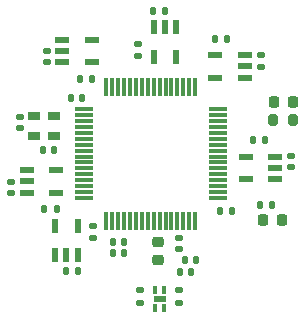
<source format=gtp>
G04 #@! TF.GenerationSoftware,KiCad,Pcbnew,8.0.6*
G04 #@! TF.CreationDate,2025-07-21T23:46:33+02:00*
G04 #@! TF.ProjectId,STM32,53544d33-322e-46b6-9963-61645f706362,rev?*
G04 #@! TF.SameCoordinates,Original*
G04 #@! TF.FileFunction,Paste,Top*
G04 #@! TF.FilePolarity,Positive*
%FSLAX46Y46*%
G04 Gerber Fmt 4.6, Leading zero omitted, Abs format (unit mm)*
G04 Created by KiCad (PCBNEW 8.0.6) date 2025-07-21 23:46:33*
%MOMM*%
%LPD*%
G01*
G04 APERTURE LIST*
G04 Aperture macros list*
%AMRoundRect*
0 Rectangle with rounded corners*
0 $1 Rounding radius*
0 $2 $3 $4 $5 $6 $7 $8 $9 X,Y pos of 4 corners*
0 Add a 4 corners polygon primitive as box body*
4,1,4,$2,$3,$4,$5,$6,$7,$8,$9,$2,$3,0*
0 Add four circle primitives for the rounded corners*
1,1,$1+$1,$2,$3*
1,1,$1+$1,$4,$5*
1,1,$1+$1,$6,$7*
1,1,$1+$1,$8,$9*
0 Add four rect primitives between the rounded corners*
20,1,$1+$1,$2,$3,$4,$5,0*
20,1,$1+$1,$4,$5,$6,$7,0*
20,1,$1+$1,$6,$7,$8,$9,0*
20,1,$1+$1,$8,$9,$2,$3,0*%
G04 Aperture macros list end*
%ADD10RoundRect,0.140000X0.140000X0.170000X-0.140000X0.170000X-0.140000X-0.170000X0.140000X-0.170000X0*%
%ADD11RoundRect,0.140000X-0.170000X0.140000X-0.170000X-0.140000X0.170000X-0.140000X0.170000X0.140000X0*%
%ADD12RoundRect,0.140000X-0.140000X-0.170000X0.140000X-0.170000X0.140000X0.170000X-0.140000X0.170000X0*%
%ADD13RoundRect,0.200000X0.200000X0.275000X-0.200000X0.275000X-0.200000X-0.275000X0.200000X-0.275000X0*%
%ADD14R,1.250000X0.500000*%
%ADD15R,0.304800X0.711200*%
%ADD16R,1.092200X0.508000*%
%ADD17R,0.990600X0.736600*%
%ADD18RoundRect,0.075000X-0.700000X-0.075000X0.700000X-0.075000X0.700000X0.075000X-0.700000X0.075000X0*%
%ADD19RoundRect,0.075000X-0.075000X-0.700000X0.075000X-0.700000X0.075000X0.700000X-0.075000X0.700000X0*%
%ADD20R,0.500000X1.250000*%
%ADD21RoundRect,0.135000X0.135000X0.185000X-0.135000X0.185000X-0.135000X-0.185000X0.135000X-0.185000X0*%
%ADD22RoundRect,0.140000X0.170000X-0.140000X0.170000X0.140000X-0.170000X0.140000X-0.170000X-0.140000X0*%
%ADD23RoundRect,0.218750X0.256250X-0.218750X0.256250X0.218750X-0.256250X0.218750X-0.256250X-0.218750X0*%
%ADD24RoundRect,0.135000X-0.185000X0.135000X-0.185000X-0.135000X0.185000X-0.135000X0.185000X0.135000X0*%
%ADD25RoundRect,0.218750X-0.218750X-0.256250X0.218750X-0.256250X0.218750X0.256250X-0.218750X0.256250X0*%
%ADD26RoundRect,0.135000X0.185000X-0.135000X0.185000X0.135000X-0.185000X0.135000X-0.185000X-0.135000X0*%
%ADD27RoundRect,0.135000X-0.135000X-0.185000X0.135000X-0.185000X0.135000X0.185000X-0.135000X0.185000X0*%
G04 APERTURE END LIST*
D10*
X139400000Y-94580000D03*
X138440000Y-94580000D03*
D11*
X130566399Y-83005000D03*
X130566399Y-83965000D03*
D12*
X134510000Y-96090000D03*
X135470000Y-96090000D03*
D13*
X153710000Y-83260000D03*
X152060000Y-83260000D03*
D14*
X134195000Y-76527500D03*
X134195000Y-77477500D03*
X134195000Y-78427500D03*
X136695000Y-78427500D03*
X136695000Y-76527500D03*
D11*
X129830000Y-88540000D03*
X129830000Y-89500000D03*
D15*
X142830049Y-97730699D03*
X142029949Y-97730697D03*
X142029951Y-99229301D03*
X142830051Y-99229303D03*
D16*
X142430000Y-98480000D03*
D17*
X131782798Y-82960000D03*
X131782799Y-84690000D03*
X133510000Y-84690000D03*
X133509999Y-82960000D03*
D18*
X135995000Y-82390000D03*
X135995000Y-82890000D03*
X135995000Y-83390000D03*
X135995000Y-83890000D03*
X135995000Y-84390000D03*
X135995000Y-84890000D03*
X135995000Y-85390000D03*
X135995000Y-85890000D03*
X135995000Y-86390000D03*
X135995000Y-86890000D03*
X135995000Y-87390000D03*
X135995000Y-87890000D03*
X135995000Y-88390000D03*
X135995000Y-88890000D03*
X135995000Y-89390000D03*
X135995000Y-89890000D03*
D19*
X137920000Y-91815000D03*
X138420000Y-91815000D03*
X138920000Y-91815000D03*
X139420000Y-91815000D03*
X139920000Y-91815000D03*
X140420000Y-91815000D03*
X140920000Y-91815000D03*
X141420000Y-91815000D03*
X141920000Y-91815000D03*
X142420000Y-91815000D03*
X142920000Y-91815000D03*
X143420000Y-91815000D03*
X143920000Y-91815000D03*
X144420000Y-91815000D03*
X144920000Y-91815000D03*
X145420000Y-91815000D03*
D18*
X147345000Y-89890000D03*
X147345000Y-89390000D03*
X147345000Y-88890000D03*
X147345000Y-88390000D03*
X147345000Y-87890000D03*
X147345000Y-87390000D03*
X147345000Y-86890000D03*
X147345000Y-86390000D03*
X147345000Y-85890000D03*
X147345000Y-85390000D03*
X147345000Y-84890000D03*
X147345000Y-84390000D03*
X147345000Y-83890000D03*
X147345000Y-83390000D03*
X147345000Y-82890000D03*
X147345000Y-82390000D03*
D19*
X145420000Y-80465000D03*
X144920000Y-80465000D03*
X144420000Y-80465000D03*
X143920000Y-80465000D03*
X143420000Y-80465000D03*
X142920000Y-80465000D03*
X142420000Y-80465000D03*
X141920000Y-80465000D03*
X141420000Y-80465000D03*
X140920000Y-80465000D03*
X140420000Y-80465000D03*
X139920000Y-80465000D03*
X139420000Y-80465000D03*
X138920000Y-80465000D03*
X138420000Y-80465000D03*
X137920000Y-80465000D03*
D20*
X143809996Y-75430004D03*
X142859998Y-75430002D03*
X141909996Y-75430001D03*
X141910000Y-77930000D03*
X143810000Y-77930003D03*
D10*
X139390000Y-93660000D03*
X138430000Y-93660000D03*
D21*
X151340000Y-84970001D03*
X150320000Y-84969999D03*
D14*
X149639998Y-79709998D03*
X149640000Y-78760000D03*
X149640001Y-77809999D03*
X147140002Y-77810002D03*
X147139999Y-79710001D03*
D12*
X144130000Y-96130000D03*
X145090000Y-96130000D03*
D10*
X135860000Y-81410000D03*
X134900000Y-81410000D03*
D22*
X150990000Y-78770000D03*
X150990000Y-77810000D03*
X153550000Y-87289998D03*
X153550000Y-86329998D03*
D23*
X142270000Y-95177501D03*
X142270000Y-93602499D03*
D24*
X140550000Y-76890000D03*
X140550000Y-77910000D03*
D14*
X131170000Y-87550000D03*
X131170000Y-88500000D03*
X131170000Y-89450000D03*
X133670000Y-89450000D03*
X133670000Y-87550000D03*
D25*
X151194998Y-91730000D03*
X152770000Y-91730000D03*
D14*
X152209998Y-88289998D03*
X152210000Y-87340000D03*
X152210001Y-86389999D03*
X149710002Y-86390002D03*
X149709999Y-88290001D03*
D26*
X136809999Y-93280000D03*
X136810001Y-92260000D03*
D12*
X144540000Y-95180000D03*
X145500000Y-95180000D03*
D27*
X135675000Y-79817500D03*
X136695000Y-79817500D03*
D11*
X144070000Y-93300000D03*
X144070000Y-94260000D03*
D10*
X133476399Y-85835000D03*
X132516399Y-85835000D03*
D20*
X133580002Y-94749998D03*
X134530000Y-94750000D03*
X135480002Y-94750002D03*
X135479998Y-92250002D03*
X133579998Y-92249998D03*
D27*
X132670000Y-90870000D03*
X133690000Y-90870000D03*
D24*
X140789952Y-97729301D03*
X140789950Y-98749301D03*
D12*
X147550000Y-90960000D03*
X148510000Y-90960000D03*
D24*
X144049952Y-97729301D03*
X144049950Y-98749301D03*
D21*
X148140000Y-76450001D03*
X147120000Y-76449999D03*
D11*
X132855000Y-77427500D03*
X132855000Y-78387500D03*
D21*
X151962499Y-90460001D03*
X150942499Y-90459999D03*
D10*
X142850000Y-74080000D03*
X141890000Y-74080000D03*
D25*
X152097499Y-81740000D03*
X153672501Y-81740000D03*
M02*

</source>
